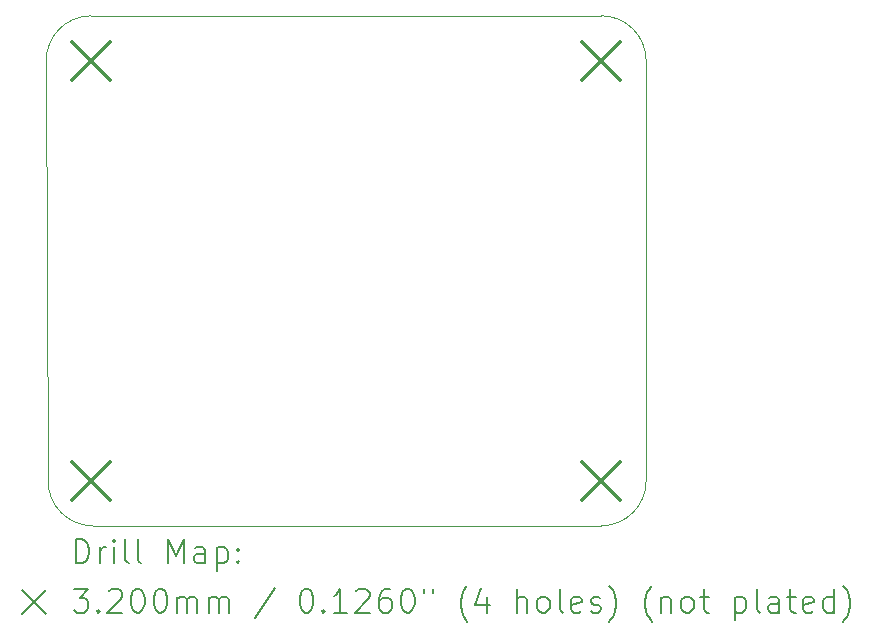
<source format=gbr>
%FSLAX45Y45*%
G04 Gerber Fmt 4.5, Leading zero omitted, Abs format (unit mm)*
G04 Created by KiCad (PCBNEW (6.0.0)) date 2022-03-13 18:43:24*
%MOMM*%
%LPD*%
G01*
G04 APERTURE LIST*
%TA.AperFunction,Profile*%
%ADD10C,0.100000*%
%TD*%
%ADD11C,0.200000*%
%ADD12C,0.320000*%
G04 APERTURE END LIST*
D10*
X13652500Y-8001000D02*
X9349908Y-8001000D01*
X14033500Y-4064000D02*
X14033500Y-7620000D01*
X13652500Y-8001000D02*
G75*
G03*
X14033500Y-7620000I0J381000D01*
G01*
X8968908Y-7620000D02*
G75*
G03*
X9349908Y-8001000I381000J0D01*
G01*
X9334500Y-3683000D02*
G75*
G03*
X8953500Y-4064000I0J-381000D01*
G01*
X9334500Y-3683000D02*
X13652500Y-3683000D01*
X14033500Y-4064000D02*
G75*
G03*
X13652500Y-3683000I-381000J0D01*
G01*
X8968908Y-7620000D02*
X8953500Y-4064000D01*
D11*
D12*
X9174500Y-3904000D02*
X9494500Y-4224000D01*
X9494500Y-3904000D02*
X9174500Y-4224000D01*
X9174500Y-7460000D02*
X9494500Y-7780000D01*
X9494500Y-7460000D02*
X9174500Y-7780000D01*
X13492500Y-3904000D02*
X13812500Y-4224000D01*
X13812500Y-3904000D02*
X13492500Y-4224000D01*
X13492500Y-7460000D02*
X13812500Y-7780000D01*
X13812500Y-7460000D02*
X13492500Y-7780000D01*
D11*
X9206119Y-8316476D02*
X9206119Y-8116476D01*
X9253738Y-8116476D01*
X9282310Y-8126000D01*
X9301357Y-8145048D01*
X9310881Y-8164095D01*
X9320405Y-8202190D01*
X9320405Y-8230762D01*
X9310881Y-8268857D01*
X9301357Y-8287905D01*
X9282310Y-8306952D01*
X9253738Y-8316476D01*
X9206119Y-8316476D01*
X9406119Y-8316476D02*
X9406119Y-8183143D01*
X9406119Y-8221238D02*
X9415643Y-8202190D01*
X9425167Y-8192667D01*
X9444214Y-8183143D01*
X9463262Y-8183143D01*
X9529929Y-8316476D02*
X9529929Y-8183143D01*
X9529929Y-8116476D02*
X9520405Y-8126000D01*
X9529929Y-8135524D01*
X9539452Y-8126000D01*
X9529929Y-8116476D01*
X9529929Y-8135524D01*
X9653738Y-8316476D02*
X9634690Y-8306952D01*
X9625167Y-8287905D01*
X9625167Y-8116476D01*
X9758500Y-8316476D02*
X9739452Y-8306952D01*
X9729929Y-8287905D01*
X9729929Y-8116476D01*
X9987071Y-8316476D02*
X9987071Y-8116476D01*
X10053738Y-8259333D01*
X10120405Y-8116476D01*
X10120405Y-8316476D01*
X10301357Y-8316476D02*
X10301357Y-8211714D01*
X10291833Y-8192667D01*
X10272786Y-8183143D01*
X10234690Y-8183143D01*
X10215643Y-8192667D01*
X10301357Y-8306952D02*
X10282310Y-8316476D01*
X10234690Y-8316476D01*
X10215643Y-8306952D01*
X10206119Y-8287905D01*
X10206119Y-8268857D01*
X10215643Y-8249809D01*
X10234690Y-8240286D01*
X10282310Y-8240286D01*
X10301357Y-8230762D01*
X10396595Y-8183143D02*
X10396595Y-8383143D01*
X10396595Y-8192667D02*
X10415643Y-8183143D01*
X10453738Y-8183143D01*
X10472786Y-8192667D01*
X10482310Y-8202190D01*
X10491833Y-8221238D01*
X10491833Y-8278381D01*
X10482310Y-8297428D01*
X10472786Y-8306952D01*
X10453738Y-8316476D01*
X10415643Y-8316476D01*
X10396595Y-8306952D01*
X10577548Y-8297428D02*
X10587071Y-8306952D01*
X10577548Y-8316476D01*
X10568024Y-8306952D01*
X10577548Y-8297428D01*
X10577548Y-8316476D01*
X10577548Y-8192667D02*
X10587071Y-8202190D01*
X10577548Y-8211714D01*
X10568024Y-8202190D01*
X10577548Y-8192667D01*
X10577548Y-8211714D01*
X8748500Y-8546000D02*
X8948500Y-8746000D01*
X8948500Y-8546000D02*
X8748500Y-8746000D01*
X9187071Y-8536476D02*
X9310881Y-8536476D01*
X9244214Y-8612667D01*
X9272786Y-8612667D01*
X9291833Y-8622190D01*
X9301357Y-8631714D01*
X9310881Y-8650762D01*
X9310881Y-8698381D01*
X9301357Y-8717429D01*
X9291833Y-8726952D01*
X9272786Y-8736476D01*
X9215643Y-8736476D01*
X9196595Y-8726952D01*
X9187071Y-8717429D01*
X9396595Y-8717429D02*
X9406119Y-8726952D01*
X9396595Y-8736476D01*
X9387071Y-8726952D01*
X9396595Y-8717429D01*
X9396595Y-8736476D01*
X9482310Y-8555524D02*
X9491833Y-8546000D01*
X9510881Y-8536476D01*
X9558500Y-8536476D01*
X9577548Y-8546000D01*
X9587071Y-8555524D01*
X9596595Y-8574571D01*
X9596595Y-8593619D01*
X9587071Y-8622190D01*
X9472786Y-8736476D01*
X9596595Y-8736476D01*
X9720405Y-8536476D02*
X9739452Y-8536476D01*
X9758500Y-8546000D01*
X9768024Y-8555524D01*
X9777548Y-8574571D01*
X9787071Y-8612667D01*
X9787071Y-8660286D01*
X9777548Y-8698381D01*
X9768024Y-8717429D01*
X9758500Y-8726952D01*
X9739452Y-8736476D01*
X9720405Y-8736476D01*
X9701357Y-8726952D01*
X9691833Y-8717429D01*
X9682310Y-8698381D01*
X9672786Y-8660286D01*
X9672786Y-8612667D01*
X9682310Y-8574571D01*
X9691833Y-8555524D01*
X9701357Y-8546000D01*
X9720405Y-8536476D01*
X9910881Y-8536476D02*
X9929929Y-8536476D01*
X9948976Y-8546000D01*
X9958500Y-8555524D01*
X9968024Y-8574571D01*
X9977548Y-8612667D01*
X9977548Y-8660286D01*
X9968024Y-8698381D01*
X9958500Y-8717429D01*
X9948976Y-8726952D01*
X9929929Y-8736476D01*
X9910881Y-8736476D01*
X9891833Y-8726952D01*
X9882310Y-8717429D01*
X9872786Y-8698381D01*
X9863262Y-8660286D01*
X9863262Y-8612667D01*
X9872786Y-8574571D01*
X9882310Y-8555524D01*
X9891833Y-8546000D01*
X9910881Y-8536476D01*
X10063262Y-8736476D02*
X10063262Y-8603143D01*
X10063262Y-8622190D02*
X10072786Y-8612667D01*
X10091833Y-8603143D01*
X10120405Y-8603143D01*
X10139452Y-8612667D01*
X10148976Y-8631714D01*
X10148976Y-8736476D01*
X10148976Y-8631714D02*
X10158500Y-8612667D01*
X10177548Y-8603143D01*
X10206119Y-8603143D01*
X10225167Y-8612667D01*
X10234690Y-8631714D01*
X10234690Y-8736476D01*
X10329929Y-8736476D02*
X10329929Y-8603143D01*
X10329929Y-8622190D02*
X10339452Y-8612667D01*
X10358500Y-8603143D01*
X10387071Y-8603143D01*
X10406119Y-8612667D01*
X10415643Y-8631714D01*
X10415643Y-8736476D01*
X10415643Y-8631714D02*
X10425167Y-8612667D01*
X10444214Y-8603143D01*
X10472786Y-8603143D01*
X10491833Y-8612667D01*
X10501357Y-8631714D01*
X10501357Y-8736476D01*
X10891833Y-8526952D02*
X10720405Y-8784095D01*
X11148976Y-8536476D02*
X11168024Y-8536476D01*
X11187071Y-8546000D01*
X11196595Y-8555524D01*
X11206119Y-8574571D01*
X11215643Y-8612667D01*
X11215643Y-8660286D01*
X11206119Y-8698381D01*
X11196595Y-8717429D01*
X11187071Y-8726952D01*
X11168024Y-8736476D01*
X11148976Y-8736476D01*
X11129929Y-8726952D01*
X11120405Y-8717429D01*
X11110881Y-8698381D01*
X11101357Y-8660286D01*
X11101357Y-8612667D01*
X11110881Y-8574571D01*
X11120405Y-8555524D01*
X11129929Y-8546000D01*
X11148976Y-8536476D01*
X11301357Y-8717429D02*
X11310881Y-8726952D01*
X11301357Y-8736476D01*
X11291833Y-8726952D01*
X11301357Y-8717429D01*
X11301357Y-8736476D01*
X11501357Y-8736476D02*
X11387071Y-8736476D01*
X11444214Y-8736476D02*
X11444214Y-8536476D01*
X11425167Y-8565048D01*
X11406119Y-8584095D01*
X11387071Y-8593619D01*
X11577548Y-8555524D02*
X11587071Y-8546000D01*
X11606119Y-8536476D01*
X11653738Y-8536476D01*
X11672786Y-8546000D01*
X11682309Y-8555524D01*
X11691833Y-8574571D01*
X11691833Y-8593619D01*
X11682309Y-8622190D01*
X11568024Y-8736476D01*
X11691833Y-8736476D01*
X11863262Y-8536476D02*
X11825167Y-8536476D01*
X11806119Y-8546000D01*
X11796595Y-8555524D01*
X11777548Y-8584095D01*
X11768024Y-8622190D01*
X11768024Y-8698381D01*
X11777548Y-8717429D01*
X11787071Y-8726952D01*
X11806119Y-8736476D01*
X11844214Y-8736476D01*
X11863262Y-8726952D01*
X11872786Y-8717429D01*
X11882309Y-8698381D01*
X11882309Y-8650762D01*
X11872786Y-8631714D01*
X11863262Y-8622190D01*
X11844214Y-8612667D01*
X11806119Y-8612667D01*
X11787071Y-8622190D01*
X11777548Y-8631714D01*
X11768024Y-8650762D01*
X12006119Y-8536476D02*
X12025167Y-8536476D01*
X12044214Y-8546000D01*
X12053738Y-8555524D01*
X12063262Y-8574571D01*
X12072786Y-8612667D01*
X12072786Y-8660286D01*
X12063262Y-8698381D01*
X12053738Y-8717429D01*
X12044214Y-8726952D01*
X12025167Y-8736476D01*
X12006119Y-8736476D01*
X11987071Y-8726952D01*
X11977548Y-8717429D01*
X11968024Y-8698381D01*
X11958500Y-8660286D01*
X11958500Y-8612667D01*
X11968024Y-8574571D01*
X11977548Y-8555524D01*
X11987071Y-8546000D01*
X12006119Y-8536476D01*
X12148976Y-8536476D02*
X12148976Y-8574571D01*
X12225167Y-8536476D02*
X12225167Y-8574571D01*
X12520405Y-8812667D02*
X12510881Y-8803143D01*
X12491833Y-8774571D01*
X12482309Y-8755524D01*
X12472786Y-8726952D01*
X12463262Y-8679333D01*
X12463262Y-8641238D01*
X12472786Y-8593619D01*
X12482309Y-8565048D01*
X12491833Y-8546000D01*
X12510881Y-8517429D01*
X12520405Y-8507905D01*
X12682309Y-8603143D02*
X12682309Y-8736476D01*
X12634690Y-8526952D02*
X12587071Y-8669810D01*
X12710881Y-8669810D01*
X12939452Y-8736476D02*
X12939452Y-8536476D01*
X13025167Y-8736476D02*
X13025167Y-8631714D01*
X13015643Y-8612667D01*
X12996595Y-8603143D01*
X12968024Y-8603143D01*
X12948976Y-8612667D01*
X12939452Y-8622190D01*
X13148976Y-8736476D02*
X13129928Y-8726952D01*
X13120405Y-8717429D01*
X13110881Y-8698381D01*
X13110881Y-8641238D01*
X13120405Y-8622190D01*
X13129928Y-8612667D01*
X13148976Y-8603143D01*
X13177548Y-8603143D01*
X13196595Y-8612667D01*
X13206119Y-8622190D01*
X13215643Y-8641238D01*
X13215643Y-8698381D01*
X13206119Y-8717429D01*
X13196595Y-8726952D01*
X13177548Y-8736476D01*
X13148976Y-8736476D01*
X13329928Y-8736476D02*
X13310881Y-8726952D01*
X13301357Y-8707905D01*
X13301357Y-8536476D01*
X13482309Y-8726952D02*
X13463262Y-8736476D01*
X13425167Y-8736476D01*
X13406119Y-8726952D01*
X13396595Y-8707905D01*
X13396595Y-8631714D01*
X13406119Y-8612667D01*
X13425167Y-8603143D01*
X13463262Y-8603143D01*
X13482309Y-8612667D01*
X13491833Y-8631714D01*
X13491833Y-8650762D01*
X13396595Y-8669810D01*
X13568024Y-8726952D02*
X13587071Y-8736476D01*
X13625167Y-8736476D01*
X13644214Y-8726952D01*
X13653738Y-8707905D01*
X13653738Y-8698381D01*
X13644214Y-8679333D01*
X13625167Y-8669810D01*
X13596595Y-8669810D01*
X13577548Y-8660286D01*
X13568024Y-8641238D01*
X13568024Y-8631714D01*
X13577548Y-8612667D01*
X13596595Y-8603143D01*
X13625167Y-8603143D01*
X13644214Y-8612667D01*
X13720405Y-8812667D02*
X13729928Y-8803143D01*
X13748976Y-8774571D01*
X13758500Y-8755524D01*
X13768024Y-8726952D01*
X13777548Y-8679333D01*
X13777548Y-8641238D01*
X13768024Y-8593619D01*
X13758500Y-8565048D01*
X13748976Y-8546000D01*
X13729928Y-8517429D01*
X13720405Y-8507905D01*
X14082309Y-8812667D02*
X14072786Y-8803143D01*
X14053738Y-8774571D01*
X14044214Y-8755524D01*
X14034690Y-8726952D01*
X14025167Y-8679333D01*
X14025167Y-8641238D01*
X14034690Y-8593619D01*
X14044214Y-8565048D01*
X14053738Y-8546000D01*
X14072786Y-8517429D01*
X14082309Y-8507905D01*
X14158500Y-8603143D02*
X14158500Y-8736476D01*
X14158500Y-8622190D02*
X14168024Y-8612667D01*
X14187071Y-8603143D01*
X14215643Y-8603143D01*
X14234690Y-8612667D01*
X14244214Y-8631714D01*
X14244214Y-8736476D01*
X14368024Y-8736476D02*
X14348976Y-8726952D01*
X14339452Y-8717429D01*
X14329928Y-8698381D01*
X14329928Y-8641238D01*
X14339452Y-8622190D01*
X14348976Y-8612667D01*
X14368024Y-8603143D01*
X14396595Y-8603143D01*
X14415643Y-8612667D01*
X14425167Y-8622190D01*
X14434690Y-8641238D01*
X14434690Y-8698381D01*
X14425167Y-8717429D01*
X14415643Y-8726952D01*
X14396595Y-8736476D01*
X14368024Y-8736476D01*
X14491833Y-8603143D02*
X14568024Y-8603143D01*
X14520405Y-8536476D02*
X14520405Y-8707905D01*
X14529928Y-8726952D01*
X14548976Y-8736476D01*
X14568024Y-8736476D01*
X14787071Y-8603143D02*
X14787071Y-8803143D01*
X14787071Y-8612667D02*
X14806119Y-8603143D01*
X14844214Y-8603143D01*
X14863262Y-8612667D01*
X14872786Y-8622190D01*
X14882309Y-8641238D01*
X14882309Y-8698381D01*
X14872786Y-8717429D01*
X14863262Y-8726952D01*
X14844214Y-8736476D01*
X14806119Y-8736476D01*
X14787071Y-8726952D01*
X14996595Y-8736476D02*
X14977548Y-8726952D01*
X14968024Y-8707905D01*
X14968024Y-8536476D01*
X15158500Y-8736476D02*
X15158500Y-8631714D01*
X15148976Y-8612667D01*
X15129928Y-8603143D01*
X15091833Y-8603143D01*
X15072786Y-8612667D01*
X15158500Y-8726952D02*
X15139452Y-8736476D01*
X15091833Y-8736476D01*
X15072786Y-8726952D01*
X15063262Y-8707905D01*
X15063262Y-8688857D01*
X15072786Y-8669810D01*
X15091833Y-8660286D01*
X15139452Y-8660286D01*
X15158500Y-8650762D01*
X15225167Y-8603143D02*
X15301357Y-8603143D01*
X15253738Y-8536476D02*
X15253738Y-8707905D01*
X15263262Y-8726952D01*
X15282309Y-8736476D01*
X15301357Y-8736476D01*
X15444214Y-8726952D02*
X15425167Y-8736476D01*
X15387071Y-8736476D01*
X15368024Y-8726952D01*
X15358500Y-8707905D01*
X15358500Y-8631714D01*
X15368024Y-8612667D01*
X15387071Y-8603143D01*
X15425167Y-8603143D01*
X15444214Y-8612667D01*
X15453738Y-8631714D01*
X15453738Y-8650762D01*
X15358500Y-8669810D01*
X15625167Y-8736476D02*
X15625167Y-8536476D01*
X15625167Y-8726952D02*
X15606119Y-8736476D01*
X15568024Y-8736476D01*
X15548976Y-8726952D01*
X15539452Y-8717429D01*
X15529928Y-8698381D01*
X15529928Y-8641238D01*
X15539452Y-8622190D01*
X15548976Y-8612667D01*
X15568024Y-8603143D01*
X15606119Y-8603143D01*
X15625167Y-8612667D01*
X15701357Y-8812667D02*
X15710881Y-8803143D01*
X15729928Y-8774571D01*
X15739452Y-8755524D01*
X15748976Y-8726952D01*
X15758500Y-8679333D01*
X15758500Y-8641238D01*
X15748976Y-8593619D01*
X15739452Y-8565048D01*
X15729928Y-8546000D01*
X15710881Y-8517429D01*
X15701357Y-8507905D01*
M02*

</source>
